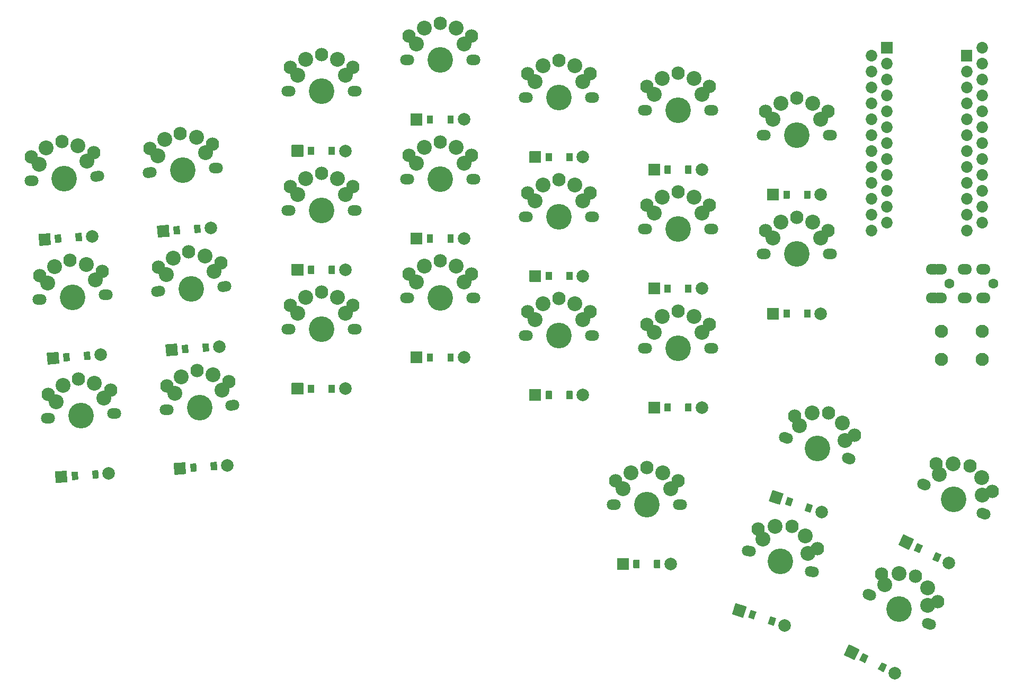
<source format=gbr>
%TF.GenerationSoftware,KiCad,Pcbnew,5.1.12-1.fc35*%
%TF.CreationDate,2022-03-13T18:33:40-07:00*%
%TF.ProjectId,jackalope_split,6a61636b-616c-46f7-9065-5f73706c6974,v1.0.0*%
%TF.SameCoordinates,Original*%
%TF.FileFunction,Soldermask,Bot*%
%TF.FilePolarity,Negative*%
%FSLAX46Y46*%
G04 Gerber Fmt 4.6, Leading zero omitted, Abs format (unit mm)*
G04 Created by KiCad (PCBNEW 5.1.12-1.fc35) date 2022-03-13 18:33:40*
%MOMM*%
%LPD*%
G01*
G04 APERTURE LIST*
%ADD10C,2.100000*%
%ADD11C,4.087800*%
%ADD12C,1.801800*%
%ADD13C,2.386000*%
%ADD14C,3.529000*%
%ADD15C,2.132000*%
%ADD16C,2.005000*%
%ADD17C,1.852600*%
%ADD18C,1.600000*%
%ADD19O,2.300000X1.700000*%
G04 APERTURE END LIST*
D10*
%TO.C,RESET*%
X144000000Y13500000D03*
X144000000Y9000000D03*
X137500000Y13500000D03*
X137500000Y9000000D03*
%TD*%
D11*
%TO.C,S1*%
X0Y0D03*
D12*
X5067625Y354363D03*
X-5067625Y-354363D03*
D13*
X2179450Y5244807D03*
X-3977900Y2268041D03*
X-2888176Y4890444D03*
X3623538Y2799585D03*
%TD*%
D14*
%TO.C,S2*%
X0Y0D03*
D12*
X5486602Y383661D03*
X-5486602Y-383661D03*
D15*
X4722746Y4139526D03*
X-411563Y5885628D03*
X-5252895Y3441961D03*
X-411563Y5885628D03*
%TD*%
%TO.C,D1*%
G36*
G01*
X1851740Y-9995178D02*
X1768032Y-8798101D01*
G75*
G02*
X1814422Y-8744735I49878J3488D01*
G01*
X2712230Y-8681954D01*
G75*
G02*
X2765596Y-8728344I3488J-49878D01*
G01*
X2849304Y-9925421D01*
G75*
G02*
X2802914Y-9978787I-49878J-3488D01*
G01*
X1905106Y-10041568D01*
G75*
G02*
X1851740Y-9995178I-3488J49878D01*
G01*
G37*
G36*
G01*
X-1440222Y-10225374D02*
X-1523930Y-9028297D01*
G75*
G02*
X-1477540Y-8974931I49878J3488D01*
G01*
X-579732Y-8912150D01*
G75*
G02*
X-526366Y-8958540I3488J-49878D01*
G01*
X-442658Y-10155617D01*
G75*
G02*
X-489048Y-10208983I-49878J-3488D01*
G01*
X-1386856Y-10271764D01*
G75*
G02*
X-1440222Y-10225374I-3488J49878D01*
G01*
G37*
D16*
X4463406Y-9211087D03*
G36*
G01*
X-4012731Y-10694967D02*
X-4136758Y-8921298D01*
G75*
G02*
X-4090368Y-8867932I49878J3488D01*
G01*
X-2316699Y-8743905D01*
G75*
G02*
X-2263333Y-8790295I3488J-49878D01*
G01*
X-2139306Y-10563964D01*
G75*
G02*
X-2185696Y-10617330I-49878J-3488D01*
G01*
X-3959365Y-10741357D01*
G75*
G02*
X-4012731Y-10694967I-3488J49878D01*
G01*
G37*
%TD*%
D11*
%TO.C,S3*%
X-1325373Y18953717D03*
D12*
X3742252Y19308080D03*
X-6392998Y18599354D03*
D13*
X854077Y24198524D03*
X-5303273Y21221758D03*
X-4213549Y23844161D03*
X2298165Y21753302D03*
%TD*%
D14*
%TO.C,S4*%
X-1325373Y18953717D03*
D12*
X4161229Y19337378D03*
X-6811975Y18570056D03*
D15*
X3397373Y23093243D03*
X-1736936Y24839345D03*
X-6578268Y22395678D03*
X-1736936Y24839345D03*
%TD*%
%TO.C,D2*%
G36*
G01*
X526366Y8958540D02*
X442658Y10155617D01*
G75*
G02*
X489048Y10208983I49878J3488D01*
G01*
X1386856Y10271764D01*
G75*
G02*
X1440222Y10225374I3488J-49878D01*
G01*
X1523930Y9028297D01*
G75*
G02*
X1477540Y8974931I-49878J-3488D01*
G01*
X579732Y8912150D01*
G75*
G02*
X526366Y8958540I-3488J49878D01*
G01*
G37*
G36*
G01*
X-2765596Y8728344D02*
X-2849304Y9925421D01*
G75*
G02*
X-2802914Y9978787I49878J3488D01*
G01*
X-1905106Y10041568D01*
G75*
G02*
X-1851740Y9995178I3488J-49878D01*
G01*
X-1768032Y8798101D01*
G75*
G02*
X-1814422Y8744735I-49878J-3488D01*
G01*
X-2712230Y8681954D01*
G75*
G02*
X-2765596Y8728344I-3488J49878D01*
G01*
G37*
D16*
X3138032Y9742631D03*
G36*
G01*
X-5338105Y8258751D02*
X-5462132Y10032420D01*
G75*
G02*
X-5415742Y10085786I49878J3488D01*
G01*
X-3642073Y10209813D01*
G75*
G02*
X-3588707Y10163423I3488J-49878D01*
G01*
X-3464680Y8389754D01*
G75*
G02*
X-3511070Y8336388I-49878J-3488D01*
G01*
X-5284739Y8212361D01*
G75*
G02*
X-5338105Y8258751I-3488J49878D01*
G01*
G37*
%TD*%
D11*
%TO.C,S5*%
X-2650746Y37907434D03*
D12*
X2416879Y38261797D03*
X-7718371Y37553071D03*
D13*
X-471296Y43152241D03*
X-6628646Y40175475D03*
X-5538922Y42797878D03*
X972792Y40707019D03*
%TD*%
D14*
%TO.C,S6*%
X-2650746Y37907434D03*
D12*
X2835856Y38291095D03*
X-8137348Y37523773D03*
D15*
X2072000Y42046960D03*
X-3062309Y43793062D03*
X-7903641Y41349395D03*
X-3062309Y43793062D03*
%TD*%
%TO.C,D3*%
G36*
G01*
X-799006Y27912256D02*
X-882714Y29109333D01*
G75*
G02*
X-836324Y29162699I49878J3488D01*
G01*
X61484Y29225480D01*
G75*
G02*
X114850Y29179090I3488J-49878D01*
G01*
X198558Y27982013D01*
G75*
G02*
X152168Y27928647I-49878J-3488D01*
G01*
X-745640Y27865866D01*
G75*
G02*
X-799006Y27912256I-3488J49878D01*
G01*
G37*
G36*
G01*
X-4090968Y27682060D02*
X-4174676Y28879137D01*
G75*
G02*
X-4128286Y28932503I49878J3488D01*
G01*
X-3230478Y28995284D01*
G75*
G02*
X-3177112Y28948894I3488J-49878D01*
G01*
X-3093404Y27751817D01*
G75*
G02*
X-3139794Y27698451I-49878J-3488D01*
G01*
X-4037602Y27635670D01*
G75*
G02*
X-4090968Y27682060I-3488J49878D01*
G01*
G37*
D16*
X1812660Y28696347D03*
G36*
G01*
X-6663477Y27212467D02*
X-6787504Y28986136D01*
G75*
G02*
X-6741114Y29039502I49878J3488D01*
G01*
X-4967445Y29163529D01*
G75*
G02*
X-4914079Y29117139I3488J-49878D01*
G01*
X-4790052Y27343470D01*
G75*
G02*
X-4836442Y27290104I-49878J-3488D01*
G01*
X-6610111Y27166077D01*
G75*
G02*
X-6663477Y27212467I-3488J49878D01*
G01*
G37*
%TD*%
D11*
%TO.C,S7*%
X18953717Y1325373D03*
D12*
X24021342Y1679736D03*
X13886092Y971010D03*
D13*
X21133167Y6570180D03*
X14975817Y3593414D03*
X16065541Y6215817D03*
X22577255Y4124958D03*
%TD*%
D14*
%TO.C,S8*%
X18953717Y1325373D03*
D12*
X24440319Y1709034D03*
X13467115Y941712D03*
D15*
X23676463Y5464899D03*
X18542154Y7211001D03*
X13700822Y4767334D03*
X18542154Y7211001D03*
%TD*%
%TO.C,D4*%
G36*
G01*
X20805457Y-8669805D02*
X20721749Y-7472728D01*
G75*
G02*
X20768139Y-7419362I49878J3488D01*
G01*
X21665947Y-7356581D01*
G75*
G02*
X21719313Y-7402971I3488J-49878D01*
G01*
X21803021Y-8600048D01*
G75*
G02*
X21756631Y-8653414I-49878J-3488D01*
G01*
X20858823Y-8716195D01*
G75*
G02*
X20805457Y-8669805I-3488J49878D01*
G01*
G37*
G36*
G01*
X17513495Y-8900001D02*
X17429787Y-7702924D01*
G75*
G02*
X17476177Y-7649558I49878J3488D01*
G01*
X18373985Y-7586777D01*
G75*
G02*
X18427351Y-7633167I3488J-49878D01*
G01*
X18511059Y-8830244D01*
G75*
G02*
X18464669Y-8883610I-49878J-3488D01*
G01*
X17566861Y-8946391D01*
G75*
G02*
X17513495Y-8900001I-3488J49878D01*
G01*
G37*
D16*
X23417123Y-7885714D03*
G36*
G01*
X14940986Y-9369594D02*
X14816959Y-7595925D01*
G75*
G02*
X14863349Y-7542559I49878J3488D01*
G01*
X16637018Y-7418532D01*
G75*
G02*
X16690384Y-7464922I3488J-49878D01*
G01*
X16814411Y-9238591D01*
G75*
G02*
X16768021Y-9291957I-49878J-3488D01*
G01*
X14994352Y-9415984D01*
G75*
G02*
X14940986Y-9369594I-3488J49878D01*
G01*
G37*
%TD*%
D11*
%TO.C,S9*%
X17628344Y20279090D03*
D12*
X22695969Y20633453D03*
X12560719Y19924727D03*
D13*
X19807794Y25523897D03*
X13650444Y22547131D03*
X14740168Y25169534D03*
X21251882Y23078675D03*
%TD*%
D14*
%TO.C,S10*%
X17628344Y20279090D03*
D12*
X23114946Y20662751D03*
X12141742Y19895429D03*
D15*
X22351090Y24418616D03*
X17216781Y26164718D03*
X12375449Y23721051D03*
X17216781Y26164718D03*
%TD*%
%TO.C,D5*%
G36*
G01*
X19480083Y10283913D02*
X19396375Y11480990D01*
G75*
G02*
X19442765Y11534356I49878J3488D01*
G01*
X20340573Y11597137D01*
G75*
G02*
X20393939Y11550747I3488J-49878D01*
G01*
X20477647Y10353670D01*
G75*
G02*
X20431257Y10300304I-49878J-3488D01*
G01*
X19533449Y10237523D01*
G75*
G02*
X19480083Y10283913I-3488J49878D01*
G01*
G37*
G36*
G01*
X16188121Y10053717D02*
X16104413Y11250794D01*
G75*
G02*
X16150803Y11304160I49878J3488D01*
G01*
X17048611Y11366941D01*
G75*
G02*
X17101977Y11320551I3488J-49878D01*
G01*
X17185685Y10123474D01*
G75*
G02*
X17139295Y10070108I-49878J-3488D01*
G01*
X16241487Y10007327D01*
G75*
G02*
X16188121Y10053717I-3488J49878D01*
G01*
G37*
D16*
X22091749Y11068004D03*
G36*
G01*
X13615612Y9584124D02*
X13491585Y11357793D01*
G75*
G02*
X13537975Y11411159I49878J3488D01*
G01*
X15311644Y11535186D01*
G75*
G02*
X15365010Y11488796I3488J-49878D01*
G01*
X15489037Y9715127D01*
G75*
G02*
X15442647Y9661761I-49878J-3488D01*
G01*
X13668978Y9537734D01*
G75*
G02*
X13615612Y9584124I-3488J49878D01*
G01*
G37*
%TD*%
D11*
%TO.C,S11*%
X16302971Y39232807D03*
D12*
X21370596Y39587170D03*
X11235346Y38878444D03*
D13*
X18482421Y44477614D03*
X12325071Y41500848D03*
X13414795Y44123251D03*
X19926509Y42032392D03*
%TD*%
D14*
%TO.C,S12*%
X16302971Y39232807D03*
D12*
X21789573Y39616468D03*
X10816369Y38849146D03*
D15*
X21025717Y43372333D03*
X15891408Y45118435D03*
X11050076Y42674768D03*
X15891408Y45118435D03*
%TD*%
%TO.C,D6*%
G36*
G01*
X18154710Y29237629D02*
X18071002Y30434706D01*
G75*
G02*
X18117392Y30488072I49878J3488D01*
G01*
X19015200Y30550853D01*
G75*
G02*
X19068566Y30504463I3488J-49878D01*
G01*
X19152274Y29307386D01*
G75*
G02*
X19105884Y29254020I-49878J-3488D01*
G01*
X18208076Y29191239D01*
G75*
G02*
X18154710Y29237629I-3488J49878D01*
G01*
G37*
G36*
G01*
X14862748Y29007433D02*
X14779040Y30204510D01*
G75*
G02*
X14825430Y30257876I49878J3488D01*
G01*
X15723238Y30320657D01*
G75*
G02*
X15776604Y30274267I3488J-49878D01*
G01*
X15860312Y29077190D01*
G75*
G02*
X15813922Y29023824I-49878J-3488D01*
G01*
X14916114Y28961043D01*
G75*
G02*
X14862748Y29007433I-3488J49878D01*
G01*
G37*
D16*
X20766376Y30021720D03*
G36*
G01*
X12290239Y28537840D02*
X12166212Y30311509D01*
G75*
G02*
X12212602Y30364875I49878J3488D01*
G01*
X13986271Y30488902D01*
G75*
G02*
X14039637Y30442512I3488J-49878D01*
G01*
X14163664Y28668843D01*
G75*
G02*
X14117274Y28615477I-49878J-3488D01*
G01*
X12343605Y28491450D01*
G75*
G02*
X12290239Y28537840I-3488J49878D01*
G01*
G37*
%TD*%
D11*
%TO.C,S13*%
X38424961Y13830720D03*
D12*
X43504961Y13830720D03*
X33344961Y13830720D03*
D13*
X40964961Y18910720D03*
X34614961Y16370720D03*
X35884961Y18910720D03*
X42234961Y16370720D03*
%TD*%
D14*
%TO.C,S14*%
X38424961Y13830720D03*
D12*
X43924961Y13830720D03*
X32924961Y13830720D03*
D15*
X43424961Y17630720D03*
X38424961Y19730720D03*
X33424961Y17630720D03*
X38424961Y19730720D03*
%TD*%
%TO.C,D7*%
G36*
G01*
X39574961Y3730720D02*
X39574961Y4930720D01*
G75*
G02*
X39624961Y4980720I50000J0D01*
G01*
X40524961Y4980720D01*
G75*
G02*
X40574961Y4930720I0J-50000D01*
G01*
X40574961Y3730720D01*
G75*
G02*
X40524961Y3680720I-50000J0D01*
G01*
X39624961Y3680720D01*
G75*
G02*
X39574961Y3730720I0J50000D01*
G01*
G37*
G36*
G01*
X36274961Y3730720D02*
X36274961Y4930720D01*
G75*
G02*
X36324961Y4980720I50000J0D01*
G01*
X37224961Y4980720D01*
G75*
G02*
X37274961Y4930720I0J-50000D01*
G01*
X37274961Y3730720D01*
G75*
G02*
X37224961Y3680720I-50000J0D01*
G01*
X36324961Y3680720D01*
G75*
G02*
X36274961Y3730720I0J50000D01*
G01*
G37*
D16*
X42234961Y4330720D03*
G36*
G01*
X33675961Y3441720D02*
X33675961Y5219720D01*
G75*
G02*
X33725961Y5269720I50000J0D01*
G01*
X35503961Y5269720D01*
G75*
G02*
X35553961Y5219720I0J-50000D01*
G01*
X35553961Y3441720D01*
G75*
G02*
X35503961Y3391720I-50000J0D01*
G01*
X33725961Y3391720D01*
G75*
G02*
X33675961Y3441720I0J50000D01*
G01*
G37*
%TD*%
D11*
%TO.C,S15*%
X38424961Y32830720D03*
D12*
X43504961Y32830720D03*
X33344961Y32830720D03*
D13*
X40964961Y37910720D03*
X34614961Y35370720D03*
X35884961Y37910720D03*
X42234961Y35370720D03*
%TD*%
D14*
%TO.C,S16*%
X38424961Y32830720D03*
D12*
X43924961Y32830720D03*
X32924961Y32830720D03*
D15*
X43424961Y36630720D03*
X38424961Y38730720D03*
X33424961Y36630720D03*
X38424961Y38730720D03*
%TD*%
%TO.C,D8*%
G36*
G01*
X39574961Y22730720D02*
X39574961Y23930720D01*
G75*
G02*
X39624961Y23980720I50000J0D01*
G01*
X40524961Y23980720D01*
G75*
G02*
X40574961Y23930720I0J-50000D01*
G01*
X40574961Y22730720D01*
G75*
G02*
X40524961Y22680720I-50000J0D01*
G01*
X39624961Y22680720D01*
G75*
G02*
X39574961Y22730720I0J50000D01*
G01*
G37*
G36*
G01*
X36274961Y22730720D02*
X36274961Y23930720D01*
G75*
G02*
X36324961Y23980720I50000J0D01*
G01*
X37224961Y23980720D01*
G75*
G02*
X37274961Y23930720I0J-50000D01*
G01*
X37274961Y22730720D01*
G75*
G02*
X37224961Y22680720I-50000J0D01*
G01*
X36324961Y22680720D01*
G75*
G02*
X36274961Y22730720I0J50000D01*
G01*
G37*
D16*
X42234961Y23330720D03*
G36*
G01*
X33675961Y22441720D02*
X33675961Y24219720D01*
G75*
G02*
X33725961Y24269720I50000J0D01*
G01*
X35503961Y24269720D01*
G75*
G02*
X35553961Y24219720I0J-50000D01*
G01*
X35553961Y22441720D01*
G75*
G02*
X35503961Y22391720I-50000J0D01*
G01*
X33725961Y22391720D01*
G75*
G02*
X33675961Y22441720I0J50000D01*
G01*
G37*
%TD*%
D11*
%TO.C,S17*%
X38424961Y51830720D03*
D12*
X43504961Y51830720D03*
X33344961Y51830720D03*
D13*
X40964961Y56910720D03*
X34614961Y54370720D03*
X35884961Y56910720D03*
X42234961Y54370720D03*
%TD*%
D14*
%TO.C,S18*%
X38424961Y51830720D03*
D12*
X43924961Y51830720D03*
X32924961Y51830720D03*
D15*
X43424961Y55630720D03*
X38424961Y57730720D03*
X33424961Y55630720D03*
X38424961Y57730720D03*
%TD*%
%TO.C,D9*%
G36*
G01*
X39574961Y41730720D02*
X39574961Y42930720D01*
G75*
G02*
X39624961Y42980720I50000J0D01*
G01*
X40524961Y42980720D01*
G75*
G02*
X40574961Y42930720I0J-50000D01*
G01*
X40574961Y41730720D01*
G75*
G02*
X40524961Y41680720I-50000J0D01*
G01*
X39624961Y41680720D01*
G75*
G02*
X39574961Y41730720I0J50000D01*
G01*
G37*
G36*
G01*
X36274961Y41730720D02*
X36274961Y42930720D01*
G75*
G02*
X36324961Y42980720I50000J0D01*
G01*
X37224961Y42980720D01*
G75*
G02*
X37274961Y42930720I0J-50000D01*
G01*
X37274961Y41730720D01*
G75*
G02*
X37224961Y41680720I-50000J0D01*
G01*
X36324961Y41680720D01*
G75*
G02*
X36274961Y41730720I0J50000D01*
G01*
G37*
D16*
X42234961Y42330720D03*
G36*
G01*
X33675961Y41441720D02*
X33675961Y43219720D01*
G75*
G02*
X33725961Y43269720I50000J0D01*
G01*
X35503961Y43269720D01*
G75*
G02*
X35553961Y43219720I0J-50000D01*
G01*
X35553961Y41441720D01*
G75*
G02*
X35503961Y41391720I-50000J0D01*
G01*
X33725961Y41391720D01*
G75*
G02*
X33675961Y41441720I0J50000D01*
G01*
G37*
%TD*%
D11*
%TO.C,S19*%
X57424961Y18830720D03*
D12*
X62504961Y18830720D03*
X52344961Y18830720D03*
D13*
X59964961Y23910720D03*
X53614961Y21370720D03*
X54884961Y23910720D03*
X61234961Y21370720D03*
%TD*%
D14*
%TO.C,S20*%
X57424961Y18830720D03*
D12*
X62924961Y18830720D03*
X51924961Y18830720D03*
D15*
X62424961Y22630720D03*
X57424961Y24730720D03*
X52424961Y22630720D03*
X57424961Y24730720D03*
%TD*%
%TO.C,D10*%
G36*
G01*
X58574961Y8730720D02*
X58574961Y9930720D01*
G75*
G02*
X58624961Y9980720I50000J0D01*
G01*
X59524961Y9980720D01*
G75*
G02*
X59574961Y9930720I0J-50000D01*
G01*
X59574961Y8730720D01*
G75*
G02*
X59524961Y8680720I-50000J0D01*
G01*
X58624961Y8680720D01*
G75*
G02*
X58574961Y8730720I0J50000D01*
G01*
G37*
G36*
G01*
X55274961Y8730720D02*
X55274961Y9930720D01*
G75*
G02*
X55324961Y9980720I50000J0D01*
G01*
X56224961Y9980720D01*
G75*
G02*
X56274961Y9930720I0J-50000D01*
G01*
X56274961Y8730720D01*
G75*
G02*
X56224961Y8680720I-50000J0D01*
G01*
X55324961Y8680720D01*
G75*
G02*
X55274961Y8730720I0J50000D01*
G01*
G37*
D16*
X61234961Y9330720D03*
G36*
G01*
X52675961Y8441720D02*
X52675961Y10219720D01*
G75*
G02*
X52725961Y10269720I50000J0D01*
G01*
X54503961Y10269720D01*
G75*
G02*
X54553961Y10219720I0J-50000D01*
G01*
X54553961Y8441720D01*
G75*
G02*
X54503961Y8391720I-50000J0D01*
G01*
X52725961Y8391720D01*
G75*
G02*
X52675961Y8441720I0J50000D01*
G01*
G37*
%TD*%
D11*
%TO.C,S21*%
X57424961Y37830720D03*
D12*
X62504961Y37830720D03*
X52344961Y37830720D03*
D13*
X59964961Y42910720D03*
X53614961Y40370720D03*
X54884961Y42910720D03*
X61234961Y40370720D03*
%TD*%
D14*
%TO.C,S22*%
X57424961Y37830720D03*
D12*
X62924961Y37830720D03*
X51924961Y37830720D03*
D15*
X62424961Y41630720D03*
X57424961Y43730720D03*
X52424961Y41630720D03*
X57424961Y43730720D03*
%TD*%
%TO.C,D11*%
G36*
G01*
X58574961Y27730720D02*
X58574961Y28930720D01*
G75*
G02*
X58624961Y28980720I50000J0D01*
G01*
X59524961Y28980720D01*
G75*
G02*
X59574961Y28930720I0J-50000D01*
G01*
X59574961Y27730720D01*
G75*
G02*
X59524961Y27680720I-50000J0D01*
G01*
X58624961Y27680720D01*
G75*
G02*
X58574961Y27730720I0J50000D01*
G01*
G37*
G36*
G01*
X55274961Y27730720D02*
X55274961Y28930720D01*
G75*
G02*
X55324961Y28980720I50000J0D01*
G01*
X56224961Y28980720D01*
G75*
G02*
X56274961Y28930720I0J-50000D01*
G01*
X56274961Y27730720D01*
G75*
G02*
X56224961Y27680720I-50000J0D01*
G01*
X55324961Y27680720D01*
G75*
G02*
X55274961Y27730720I0J50000D01*
G01*
G37*
D16*
X61234961Y28330720D03*
G36*
G01*
X52675961Y27441720D02*
X52675961Y29219720D01*
G75*
G02*
X52725961Y29269720I50000J0D01*
G01*
X54503961Y29269720D01*
G75*
G02*
X54553961Y29219720I0J-50000D01*
G01*
X54553961Y27441720D01*
G75*
G02*
X54503961Y27391720I-50000J0D01*
G01*
X52725961Y27391720D01*
G75*
G02*
X52675961Y27441720I0J50000D01*
G01*
G37*
%TD*%
D11*
%TO.C,S23*%
X57424961Y56830720D03*
D12*
X62504961Y56830720D03*
X52344961Y56830720D03*
D13*
X59964961Y61910720D03*
X53614961Y59370720D03*
X54884961Y61910720D03*
X61234961Y59370720D03*
%TD*%
D14*
%TO.C,S24*%
X57424961Y56830720D03*
D12*
X62924961Y56830720D03*
X51924961Y56830720D03*
D15*
X62424961Y60630720D03*
X57424961Y62730720D03*
X52424961Y60630720D03*
X57424961Y62730720D03*
%TD*%
%TO.C,D12*%
G36*
G01*
X58574961Y46730720D02*
X58574961Y47930720D01*
G75*
G02*
X58624961Y47980720I50000J0D01*
G01*
X59524961Y47980720D01*
G75*
G02*
X59574961Y47930720I0J-50000D01*
G01*
X59574961Y46730720D01*
G75*
G02*
X59524961Y46680720I-50000J0D01*
G01*
X58624961Y46680720D01*
G75*
G02*
X58574961Y46730720I0J50000D01*
G01*
G37*
G36*
G01*
X55274961Y46730720D02*
X55274961Y47930720D01*
G75*
G02*
X55324961Y47980720I50000J0D01*
G01*
X56224961Y47980720D01*
G75*
G02*
X56274961Y47930720I0J-50000D01*
G01*
X56274961Y46730720D01*
G75*
G02*
X56224961Y46680720I-50000J0D01*
G01*
X55324961Y46680720D01*
G75*
G02*
X55274961Y46730720I0J50000D01*
G01*
G37*
D16*
X61234961Y47330720D03*
G36*
G01*
X52675961Y46441720D02*
X52675961Y48219720D01*
G75*
G02*
X52725961Y48269720I50000J0D01*
G01*
X54503961Y48269720D01*
G75*
G02*
X54553961Y48219720I0J-50000D01*
G01*
X54553961Y46441720D01*
G75*
G02*
X54503961Y46391720I-50000J0D01*
G01*
X52725961Y46391720D01*
G75*
G02*
X52675961Y46441720I0J50000D01*
G01*
G37*
%TD*%
D11*
%TO.C,S25*%
X76424961Y12830720D03*
D12*
X81504961Y12830720D03*
X71344961Y12830720D03*
D13*
X78964961Y17910720D03*
X72614961Y15370720D03*
X73884961Y17910720D03*
X80234961Y15370720D03*
%TD*%
D14*
%TO.C,S26*%
X76424961Y12830720D03*
D12*
X81924961Y12830720D03*
X70924961Y12830720D03*
D15*
X81424961Y16630720D03*
X76424961Y18730720D03*
X71424961Y16630720D03*
X76424961Y18730720D03*
%TD*%
%TO.C,D13*%
G36*
G01*
X77574961Y2730720D02*
X77574961Y3930720D01*
G75*
G02*
X77624961Y3980720I50000J0D01*
G01*
X78524961Y3980720D01*
G75*
G02*
X78574961Y3930720I0J-50000D01*
G01*
X78574961Y2730720D01*
G75*
G02*
X78524961Y2680720I-50000J0D01*
G01*
X77624961Y2680720D01*
G75*
G02*
X77574961Y2730720I0J50000D01*
G01*
G37*
G36*
G01*
X74274961Y2730720D02*
X74274961Y3930720D01*
G75*
G02*
X74324961Y3980720I50000J0D01*
G01*
X75224961Y3980720D01*
G75*
G02*
X75274961Y3930720I0J-50000D01*
G01*
X75274961Y2730720D01*
G75*
G02*
X75224961Y2680720I-50000J0D01*
G01*
X74324961Y2680720D01*
G75*
G02*
X74274961Y2730720I0J50000D01*
G01*
G37*
D16*
X80234961Y3330720D03*
G36*
G01*
X71675961Y2441720D02*
X71675961Y4219720D01*
G75*
G02*
X71725961Y4269720I50000J0D01*
G01*
X73503961Y4269720D01*
G75*
G02*
X73553961Y4219720I0J-50000D01*
G01*
X73553961Y2441720D01*
G75*
G02*
X73503961Y2391720I-50000J0D01*
G01*
X71725961Y2391720D01*
G75*
G02*
X71675961Y2441720I0J50000D01*
G01*
G37*
%TD*%
D11*
%TO.C,S27*%
X76424961Y31830720D03*
D12*
X81504961Y31830720D03*
X71344961Y31830720D03*
D13*
X78964961Y36910720D03*
X72614961Y34370720D03*
X73884961Y36910720D03*
X80234961Y34370720D03*
%TD*%
D14*
%TO.C,S28*%
X76424961Y31830720D03*
D12*
X81924961Y31830720D03*
X70924961Y31830720D03*
D15*
X81424961Y35630720D03*
X76424961Y37730720D03*
X71424961Y35630720D03*
X76424961Y37730720D03*
%TD*%
%TO.C,D14*%
G36*
G01*
X77574961Y21730720D02*
X77574961Y22930720D01*
G75*
G02*
X77624961Y22980720I50000J0D01*
G01*
X78524961Y22980720D01*
G75*
G02*
X78574961Y22930720I0J-50000D01*
G01*
X78574961Y21730720D01*
G75*
G02*
X78524961Y21680720I-50000J0D01*
G01*
X77624961Y21680720D01*
G75*
G02*
X77574961Y21730720I0J50000D01*
G01*
G37*
G36*
G01*
X74274961Y21730720D02*
X74274961Y22930720D01*
G75*
G02*
X74324961Y22980720I50000J0D01*
G01*
X75224961Y22980720D01*
G75*
G02*
X75274961Y22930720I0J-50000D01*
G01*
X75274961Y21730720D01*
G75*
G02*
X75224961Y21680720I-50000J0D01*
G01*
X74324961Y21680720D01*
G75*
G02*
X74274961Y21730720I0J50000D01*
G01*
G37*
D16*
X80234961Y22330720D03*
G36*
G01*
X71675961Y21441720D02*
X71675961Y23219720D01*
G75*
G02*
X71725961Y23269720I50000J0D01*
G01*
X73503961Y23269720D01*
G75*
G02*
X73553961Y23219720I0J-50000D01*
G01*
X73553961Y21441720D01*
G75*
G02*
X73503961Y21391720I-50000J0D01*
G01*
X71725961Y21391720D01*
G75*
G02*
X71675961Y21441720I0J50000D01*
G01*
G37*
%TD*%
D11*
%TO.C,S29*%
X76424961Y50830720D03*
D12*
X81504961Y50830720D03*
X71344961Y50830720D03*
D13*
X78964961Y55910720D03*
X72614961Y53370720D03*
X73884961Y55910720D03*
X80234961Y53370720D03*
%TD*%
D14*
%TO.C,S30*%
X76424961Y50830720D03*
D12*
X81924961Y50830720D03*
X70924961Y50830720D03*
D15*
X81424961Y54630720D03*
X76424961Y56730720D03*
X71424961Y54630720D03*
X76424961Y56730720D03*
%TD*%
%TO.C,D15*%
G36*
G01*
X77574961Y40730720D02*
X77574961Y41930720D01*
G75*
G02*
X77624961Y41980720I50000J0D01*
G01*
X78524961Y41980720D01*
G75*
G02*
X78574961Y41930720I0J-50000D01*
G01*
X78574961Y40730720D01*
G75*
G02*
X78524961Y40680720I-50000J0D01*
G01*
X77624961Y40680720D01*
G75*
G02*
X77574961Y40730720I0J50000D01*
G01*
G37*
G36*
G01*
X74274961Y40730720D02*
X74274961Y41930720D01*
G75*
G02*
X74324961Y41980720I50000J0D01*
G01*
X75224961Y41980720D01*
G75*
G02*
X75274961Y41930720I0J-50000D01*
G01*
X75274961Y40730720D01*
G75*
G02*
X75224961Y40680720I-50000J0D01*
G01*
X74324961Y40680720D01*
G75*
G02*
X74274961Y40730720I0J50000D01*
G01*
G37*
D16*
X80234961Y41330720D03*
G36*
G01*
X71675961Y40441720D02*
X71675961Y42219720D01*
G75*
G02*
X71725961Y42269720I50000J0D01*
G01*
X73503961Y42269720D01*
G75*
G02*
X73553961Y42219720I0J-50000D01*
G01*
X73553961Y40441720D01*
G75*
G02*
X73503961Y40391720I-50000J0D01*
G01*
X71725961Y40391720D01*
G75*
G02*
X71675961Y40441720I0J50000D01*
G01*
G37*
%TD*%
D11*
%TO.C,S31*%
X95424961Y10830720D03*
D12*
X100504961Y10830720D03*
X90344961Y10830720D03*
D13*
X97964961Y15910720D03*
X91614961Y13370720D03*
X92884961Y15910720D03*
X99234961Y13370720D03*
%TD*%
D14*
%TO.C,S32*%
X95424961Y10830720D03*
D12*
X100924961Y10830720D03*
X89924961Y10830720D03*
D15*
X100424961Y14630720D03*
X95424961Y16730720D03*
X90424961Y14630720D03*
X95424961Y16730720D03*
%TD*%
%TO.C,D16*%
G36*
G01*
X96574961Y730720D02*
X96574961Y1930720D01*
G75*
G02*
X96624961Y1980720I50000J0D01*
G01*
X97524961Y1980720D01*
G75*
G02*
X97574961Y1930720I0J-50000D01*
G01*
X97574961Y730720D01*
G75*
G02*
X97524961Y680720I-50000J0D01*
G01*
X96624961Y680720D01*
G75*
G02*
X96574961Y730720I0J50000D01*
G01*
G37*
G36*
G01*
X93274961Y730720D02*
X93274961Y1930720D01*
G75*
G02*
X93324961Y1980720I50000J0D01*
G01*
X94224961Y1980720D01*
G75*
G02*
X94274961Y1930720I0J-50000D01*
G01*
X94274961Y730720D01*
G75*
G02*
X94224961Y680720I-50000J0D01*
G01*
X93324961Y680720D01*
G75*
G02*
X93274961Y730720I0J50000D01*
G01*
G37*
D16*
X99234961Y1330720D03*
G36*
G01*
X90675961Y441720D02*
X90675961Y2219720D01*
G75*
G02*
X90725961Y2269720I50000J0D01*
G01*
X92503961Y2269720D01*
G75*
G02*
X92553961Y2219720I0J-50000D01*
G01*
X92553961Y441720D01*
G75*
G02*
X92503961Y391720I-50000J0D01*
G01*
X90725961Y391720D01*
G75*
G02*
X90675961Y441720I0J50000D01*
G01*
G37*
%TD*%
D11*
%TO.C,S33*%
X95424961Y29830720D03*
D12*
X100504961Y29830720D03*
X90344961Y29830720D03*
D13*
X97964961Y34910720D03*
X91614961Y32370720D03*
X92884961Y34910720D03*
X99234961Y32370720D03*
%TD*%
D14*
%TO.C,S34*%
X95424961Y29830720D03*
D12*
X100924961Y29830720D03*
X89924961Y29830720D03*
D15*
X100424961Y33630720D03*
X95424961Y35730720D03*
X90424961Y33630720D03*
X95424961Y35730720D03*
%TD*%
%TO.C,D17*%
G36*
G01*
X96574961Y19730720D02*
X96574961Y20930720D01*
G75*
G02*
X96624961Y20980720I50000J0D01*
G01*
X97524961Y20980720D01*
G75*
G02*
X97574961Y20930720I0J-50000D01*
G01*
X97574961Y19730720D01*
G75*
G02*
X97524961Y19680720I-50000J0D01*
G01*
X96624961Y19680720D01*
G75*
G02*
X96574961Y19730720I0J50000D01*
G01*
G37*
G36*
G01*
X93274961Y19730720D02*
X93274961Y20930720D01*
G75*
G02*
X93324961Y20980720I50000J0D01*
G01*
X94224961Y20980720D01*
G75*
G02*
X94274961Y20930720I0J-50000D01*
G01*
X94274961Y19730720D01*
G75*
G02*
X94224961Y19680720I-50000J0D01*
G01*
X93324961Y19680720D01*
G75*
G02*
X93274961Y19730720I0J50000D01*
G01*
G37*
D16*
X99234961Y20330720D03*
G36*
G01*
X90675961Y19441720D02*
X90675961Y21219720D01*
G75*
G02*
X90725961Y21269720I50000J0D01*
G01*
X92503961Y21269720D01*
G75*
G02*
X92553961Y21219720I0J-50000D01*
G01*
X92553961Y19441720D01*
G75*
G02*
X92503961Y19391720I-50000J0D01*
G01*
X90725961Y19391720D01*
G75*
G02*
X90675961Y19441720I0J50000D01*
G01*
G37*
%TD*%
D11*
%TO.C,S35*%
X95424961Y48830720D03*
D12*
X100504961Y48830720D03*
X90344961Y48830720D03*
D13*
X97964961Y53910720D03*
X91614961Y51370720D03*
X92884961Y53910720D03*
X99234961Y51370720D03*
%TD*%
D14*
%TO.C,S36*%
X95424961Y48830720D03*
D12*
X100924961Y48830720D03*
X89924961Y48830720D03*
D15*
X100424961Y52630720D03*
X95424961Y54730720D03*
X90424961Y52630720D03*
X95424961Y54730720D03*
%TD*%
%TO.C,D18*%
G36*
G01*
X96574961Y38730720D02*
X96574961Y39930720D01*
G75*
G02*
X96624961Y39980720I50000J0D01*
G01*
X97524961Y39980720D01*
G75*
G02*
X97574961Y39930720I0J-50000D01*
G01*
X97574961Y38730720D01*
G75*
G02*
X97524961Y38680720I-50000J0D01*
G01*
X96624961Y38680720D01*
G75*
G02*
X96574961Y38730720I0J50000D01*
G01*
G37*
G36*
G01*
X93274961Y38730720D02*
X93274961Y39930720D01*
G75*
G02*
X93324961Y39980720I50000J0D01*
G01*
X94224961Y39980720D01*
G75*
G02*
X94274961Y39930720I0J-50000D01*
G01*
X94274961Y38730720D01*
G75*
G02*
X94224961Y38680720I-50000J0D01*
G01*
X93324961Y38680720D01*
G75*
G02*
X93274961Y38730720I0J50000D01*
G01*
G37*
D16*
X99234961Y39330720D03*
G36*
G01*
X90675961Y38441720D02*
X90675961Y40219720D01*
G75*
G02*
X90725961Y40269720I50000J0D01*
G01*
X92503961Y40269720D01*
G75*
G02*
X92553961Y40219720I0J-50000D01*
G01*
X92553961Y38441720D01*
G75*
G02*
X92503961Y38391720I-50000J0D01*
G01*
X90725961Y38391720D01*
G75*
G02*
X90675961Y38441720I0J50000D01*
G01*
G37*
%TD*%
D11*
%TO.C,S37*%
X114424961Y25830720D03*
D12*
X119504961Y25830720D03*
X109344961Y25830720D03*
D13*
X116964961Y30910720D03*
X110614961Y28370720D03*
X111884961Y30910720D03*
X118234961Y28370720D03*
%TD*%
D14*
%TO.C,S38*%
X114424961Y25830720D03*
D12*
X119924961Y25830720D03*
X108924961Y25830720D03*
D15*
X119424961Y29630720D03*
X114424961Y31730720D03*
X109424961Y29630720D03*
X114424961Y31730720D03*
%TD*%
%TO.C,D19*%
G36*
G01*
X115574961Y15730720D02*
X115574961Y16930720D01*
G75*
G02*
X115624961Y16980720I50000J0D01*
G01*
X116524961Y16980720D01*
G75*
G02*
X116574961Y16930720I0J-50000D01*
G01*
X116574961Y15730720D01*
G75*
G02*
X116524961Y15680720I-50000J0D01*
G01*
X115624961Y15680720D01*
G75*
G02*
X115574961Y15730720I0J50000D01*
G01*
G37*
G36*
G01*
X112274961Y15730720D02*
X112274961Y16930720D01*
G75*
G02*
X112324961Y16980720I50000J0D01*
G01*
X113224961Y16980720D01*
G75*
G02*
X113274961Y16930720I0J-50000D01*
G01*
X113274961Y15730720D01*
G75*
G02*
X113224961Y15680720I-50000J0D01*
G01*
X112324961Y15680720D01*
G75*
G02*
X112274961Y15730720I0J50000D01*
G01*
G37*
D16*
X118234961Y16330720D03*
G36*
G01*
X109675961Y15441720D02*
X109675961Y17219720D01*
G75*
G02*
X109725961Y17269720I50000J0D01*
G01*
X111503961Y17269720D01*
G75*
G02*
X111553961Y17219720I0J-50000D01*
G01*
X111553961Y15441720D01*
G75*
G02*
X111503961Y15391720I-50000J0D01*
G01*
X109725961Y15391720D01*
G75*
G02*
X109675961Y15441720I0J50000D01*
G01*
G37*
%TD*%
D11*
%TO.C,S39*%
X114424961Y44830720D03*
D12*
X119504961Y44830720D03*
X109344961Y44830720D03*
D13*
X116964961Y49910720D03*
X110614961Y47370720D03*
X111884961Y49910720D03*
X118234961Y47370720D03*
%TD*%
D14*
%TO.C,S40*%
X114424961Y44830720D03*
D12*
X119924961Y44830720D03*
X108924961Y44830720D03*
D15*
X119424961Y48630720D03*
X114424961Y50730720D03*
X109424961Y48630720D03*
X114424961Y50730720D03*
%TD*%
%TO.C,D20*%
G36*
G01*
X115574961Y34730720D02*
X115574961Y35930720D01*
G75*
G02*
X115624961Y35980720I50000J0D01*
G01*
X116524961Y35980720D01*
G75*
G02*
X116574961Y35930720I0J-50000D01*
G01*
X116574961Y34730720D01*
G75*
G02*
X116524961Y34680720I-50000J0D01*
G01*
X115624961Y34680720D01*
G75*
G02*
X115574961Y34730720I0J50000D01*
G01*
G37*
G36*
G01*
X112274961Y34730720D02*
X112274961Y35930720D01*
G75*
G02*
X112324961Y35980720I50000J0D01*
G01*
X113224961Y35980720D01*
G75*
G02*
X113274961Y35930720I0J-50000D01*
G01*
X113274961Y34730720D01*
G75*
G02*
X113224961Y34680720I-50000J0D01*
G01*
X112324961Y34680720D01*
G75*
G02*
X112274961Y34730720I0J50000D01*
G01*
G37*
D16*
X118234961Y35330720D03*
G36*
G01*
X109675961Y34441720D02*
X109675961Y36219720D01*
G75*
G02*
X109725961Y36269720I50000J0D01*
G01*
X111503961Y36269720D01*
G75*
G02*
X111553961Y36219720I0J-50000D01*
G01*
X111553961Y34441720D01*
G75*
G02*
X111503961Y34391720I-50000J0D01*
G01*
X109725961Y34391720D01*
G75*
G02*
X109675961Y34441720I0J50000D01*
G01*
G37*
%TD*%
D11*
%TO.C,S41*%
X90424961Y-14169280D03*
D12*
X95504961Y-14169280D03*
X85344961Y-14169280D03*
D13*
X92964961Y-9089280D03*
X86614961Y-11629280D03*
X87884961Y-9089280D03*
X94234961Y-11629280D03*
%TD*%
D14*
%TO.C,S42*%
X90424961Y-14169280D03*
D12*
X95924961Y-14169280D03*
X84924961Y-14169280D03*
D15*
X95424961Y-10369280D03*
X90424961Y-8269280D03*
X85424961Y-10369280D03*
X90424961Y-8269280D03*
%TD*%
%TO.C,D21*%
G36*
G01*
X91574961Y-24269280D02*
X91574961Y-23069280D01*
G75*
G02*
X91624961Y-23019280I50000J0D01*
G01*
X92524961Y-23019280D01*
G75*
G02*
X92574961Y-23069280I0J-50000D01*
G01*
X92574961Y-24269280D01*
G75*
G02*
X92524961Y-24319280I-50000J0D01*
G01*
X91624961Y-24319280D01*
G75*
G02*
X91574961Y-24269280I0J50000D01*
G01*
G37*
G36*
G01*
X88274961Y-24269280D02*
X88274961Y-23069280D01*
G75*
G02*
X88324961Y-23019280I50000J0D01*
G01*
X89224961Y-23019280D01*
G75*
G02*
X89274961Y-23069280I0J-50000D01*
G01*
X89274961Y-24269280D01*
G75*
G02*
X89224961Y-24319280I-50000J0D01*
G01*
X88324961Y-24319280D01*
G75*
G02*
X88274961Y-24269280I0J50000D01*
G01*
G37*
D16*
X94234961Y-23669280D03*
G36*
G01*
X85675961Y-24558280D02*
X85675961Y-22780280D01*
G75*
G02*
X85725961Y-22730280I50000J0D01*
G01*
X87503961Y-22730280D01*
G75*
G02*
X87553961Y-22780280I0J-50000D01*
G01*
X87553961Y-24558280D01*
G75*
G02*
X87503961Y-24608280I-50000J0D01*
G01*
X85725961Y-24608280D01*
G75*
G02*
X85675961Y-24558280I0J50000D01*
G01*
G37*
%TD*%
D11*
%TO.C,S43*%
X117674961Y-5169280D03*
D12*
X122506328Y-6739086D03*
X112843594Y-3599474D03*
D13*
X121660451Y-1122816D03*
X114836339Y-1576242D03*
X116829084Y446990D03*
X122083389Y-3930951D03*
%TD*%
D14*
%TO.C,S44*%
X117674961Y-5169280D03*
D12*
X122905772Y-6868873D03*
X112444150Y-3469687D03*
D15*
X123604508Y-3100350D03*
X119498161Y441953D03*
X114093943Y-10180D03*
X119498161Y441953D03*
%TD*%
%TO.C,D22*%
G36*
G01*
X115647603Y-15130320D02*
X116018424Y-13989052D01*
G75*
G02*
X116081428Y-13956950I47553J-15451D01*
G01*
X116937379Y-14235066D01*
G75*
G02*
X116969481Y-14298070I-15451J-47553D01*
G01*
X116598660Y-15439338D01*
G75*
G02*
X116535656Y-15471440I-47553J15451D01*
G01*
X115679705Y-15193324D01*
G75*
G02*
X115647603Y-15130320I15451J47553D01*
G01*
G37*
G36*
G01*
X112509117Y-14110564D02*
X112879938Y-12969296D01*
G75*
G02*
X112942942Y-12937194I47553J-15451D01*
G01*
X113798893Y-13215310D01*
G75*
G02*
X113830995Y-13278314I-15451J-47553D01*
G01*
X113460174Y-14419582D01*
G75*
G02*
X113397170Y-14451684I-47553J15451D01*
G01*
X112541219Y-14173568D01*
G75*
G02*
X112509117Y-14110564I15451J47553D01*
G01*
G37*
D16*
X118362824Y-15381672D03*
G36*
G01*
X109948016Y-13582284D02*
X110497448Y-11891306D01*
G75*
G02*
X110560452Y-11859204I47553J-15451D01*
G01*
X112251430Y-12408636D01*
G75*
G02*
X112283532Y-12471640I-15451J-47553D01*
G01*
X111734100Y-14162618D01*
G75*
G02*
X111671096Y-14194720I-47553J15451D01*
G01*
X109980118Y-13645288D01*
G75*
G02*
X109948016Y-13582284I15451J47553D01*
G01*
G37*
%TD*%
D11*
%TO.C,S45*%
X139478008Y-13304982D03*
D12*
X144043882Y-15531907D03*
X134912134Y-11078057D03*
D13*
X143987870Y-9852571D03*
X137167065Y-9351851D03*
X139421997Y-7625646D03*
X144015876Y-12692239D03*
%TD*%
D14*
%TO.C,S46*%
X139478008Y-13304982D03*
D12*
X144421375Y-15716023D03*
X134534641Y-10893941D03*
D15*
X145637789Y-12081420D03*
X142064398Y-8002097D03*
X136649848Y-7697709D03*
X142064398Y-8002097D03*
%TD*%
%TO.C,D23*%
G36*
G01*
X136084072Y-22886927D02*
X136610117Y-21808375D01*
G75*
G02*
X136676976Y-21785354I44940J-21919D01*
G01*
X137485891Y-22179888D01*
G75*
G02*
X137508912Y-22246747I-21919J-44940D01*
G01*
X136982867Y-23325299D01*
G75*
G02*
X136916008Y-23348320I-44940J21919D01*
G01*
X136107093Y-22953786D01*
G75*
G02*
X136084072Y-22886927I21919J44940D01*
G01*
G37*
G36*
G01*
X133118052Y-21440303D02*
X133644097Y-20361751D01*
G75*
G02*
X133710956Y-20338730I44940J-21919D01*
G01*
X134519871Y-20733264D01*
G75*
G02*
X134542892Y-20800123I-21919J-44940D01*
G01*
X134016847Y-21878675D01*
G75*
G02*
X133949988Y-21901696I-44940J21919D01*
G01*
X133141073Y-21507162D01*
G75*
G02*
X133118052Y-21440303I21919J44940D01*
G01*
G37*
D16*
X138737887Y-23513719D03*
G36*
G01*
X130655397Y-20560728D02*
X131434821Y-18962672D01*
G75*
G02*
X131501680Y-18939651I44940J-21919D01*
G01*
X133099736Y-19719075D01*
G75*
G02*
X133122757Y-19785934I-21919J-44940D01*
G01*
X132343333Y-21383990D01*
G75*
G02*
X132276474Y-21407011I-44940J21919D01*
G01*
X130678418Y-20627587D01*
G75*
G02*
X130655397Y-20560728I21919J44940D01*
G01*
G37*
%TD*%
D11*
%TO.C,S47*%
X111803638Y-23239354D03*
D12*
X116635005Y-24809160D03*
X106972271Y-21669548D03*
D13*
X115789128Y-19192890D03*
X108965016Y-19646316D03*
X110957761Y-17623084D03*
X116212066Y-22001025D03*
%TD*%
D14*
%TO.C,S48*%
X111803638Y-23239354D03*
D12*
X117034449Y-24938947D03*
X106572827Y-21539761D03*
D15*
X117733185Y-21170424D03*
X113626838Y-17628121D03*
X108222620Y-18080254D03*
X113626838Y-17628121D03*
%TD*%
%TO.C,D24*%
G36*
G01*
X109776280Y-33200394D02*
X110147101Y-32059126D01*
G75*
G02*
X110210105Y-32027024I47553J-15451D01*
G01*
X111066056Y-32305140D01*
G75*
G02*
X111098158Y-32368144I-15451J-47553D01*
G01*
X110727337Y-33509412D01*
G75*
G02*
X110664333Y-33541514I-47553J15451D01*
G01*
X109808382Y-33263398D01*
G75*
G02*
X109776280Y-33200394I15451J47553D01*
G01*
G37*
G36*
G01*
X106637794Y-32180638D02*
X107008615Y-31039370D01*
G75*
G02*
X107071619Y-31007268I47553J-15451D01*
G01*
X107927570Y-31285384D01*
G75*
G02*
X107959672Y-31348388I-15451J-47553D01*
G01*
X107588851Y-32489656D01*
G75*
G02*
X107525847Y-32521758I-47553J15451D01*
G01*
X106669896Y-32243642D01*
G75*
G02*
X106637794Y-32180638I15451J47553D01*
G01*
G37*
D16*
X112491501Y-33451746D03*
G36*
G01*
X104076693Y-31652358D02*
X104626125Y-29961380D01*
G75*
G02*
X104689129Y-29929278I47553J-15451D01*
G01*
X106380107Y-30478710D01*
G75*
G02*
X106412209Y-30541714I-15451J-47553D01*
G01*
X105862777Y-32232692D01*
G75*
G02*
X105799773Y-32264794I-47553J15451D01*
G01*
X104108795Y-31715362D01*
G75*
G02*
X104076693Y-31652358I15451J47553D01*
G01*
G37*
%TD*%
D11*
%TO.C,S49*%
X130779170Y-30887158D03*
D12*
X135345044Y-33114083D03*
X126213296Y-28660233D03*
D13*
X135289032Y-27434747D03*
X128468227Y-26934027D03*
X130723159Y-25207822D03*
X135317038Y-30274415D03*
%TD*%
D14*
%TO.C,S50*%
X130779170Y-30887158D03*
D12*
X135722537Y-33298199D03*
X125835803Y-28476117D03*
D15*
X136938951Y-29663596D03*
X133365560Y-25584273D03*
X127951010Y-25279885D03*
X133365560Y-25584273D03*
%TD*%
%TO.C,D25*%
G36*
G01*
X127385234Y-40469103D02*
X127911279Y-39390551D01*
G75*
G02*
X127978138Y-39367530I44940J-21919D01*
G01*
X128787053Y-39762064D01*
G75*
G02*
X128810074Y-39828923I-21919J-44940D01*
G01*
X128284029Y-40907475D01*
G75*
G02*
X128217170Y-40930496I-44940J21919D01*
G01*
X127408255Y-40535962D01*
G75*
G02*
X127385234Y-40469103I21919J44940D01*
G01*
G37*
G36*
G01*
X124419214Y-39022479D02*
X124945259Y-37943927D01*
G75*
G02*
X125012118Y-37920906I44940J-21919D01*
G01*
X125821033Y-38315440D01*
G75*
G02*
X125844054Y-38382299I-21919J-44940D01*
G01*
X125318009Y-39460851D01*
G75*
G02*
X125251150Y-39483872I-44940J21919D01*
G01*
X124442235Y-39089338D01*
G75*
G02*
X124419214Y-39022479I21919J44940D01*
G01*
G37*
D16*
X130039049Y-41095895D03*
G36*
G01*
X121956559Y-38142904D02*
X122735983Y-36544848D01*
G75*
G02*
X122802842Y-36521827I44940J-21919D01*
G01*
X124400898Y-37301251D01*
G75*
G02*
X124423919Y-37368110I-21919J-44940D01*
G01*
X123644495Y-38966166D01*
G75*
G02*
X123577636Y-38989187I-44940J21919D01*
G01*
X121979580Y-38209763D01*
G75*
G02*
X121956559Y-38142904I21919J44940D01*
G01*
G37*
%TD*%
%TO.C,MCU1*%
G36*
G01*
X140668661Y58477020D02*
X142421261Y58477020D01*
G75*
G02*
X142471261Y58427020I0J-50000D01*
G01*
X142471261Y56674420D01*
G75*
G02*
X142421261Y56624420I-50000J0D01*
G01*
X140668661Y56624420D01*
G75*
G02*
X140618661Y56674420I0J50000D01*
G01*
X140618661Y58427020D01*
G75*
G02*
X140668661Y58477020I50000J0D01*
G01*
G37*
D17*
X141544961Y55010720D03*
X141544961Y52470720D03*
X141544961Y49930720D03*
X141544961Y47390720D03*
X141544961Y44850720D03*
X141544961Y42310720D03*
X141544961Y39770720D03*
X141544961Y37230720D03*
X141544961Y34690720D03*
X141544961Y32150720D03*
X141544961Y29610720D03*
X126304961Y57550720D03*
X126304961Y55010720D03*
X126304961Y52470720D03*
X126304961Y49930720D03*
X126304961Y47390720D03*
X126304961Y44850720D03*
X126304961Y42310720D03*
X126304961Y39770720D03*
X126304961Y37230720D03*
X126304961Y34690720D03*
X126304961Y32150720D03*
X126304961Y29610720D03*
%TD*%
%TO.C,MCU2*%
G36*
G01*
X127928661Y59727020D02*
X129681261Y59727020D01*
G75*
G02*
X129731261Y59677020I0J-50000D01*
G01*
X129731261Y57924420D01*
G75*
G02*
X129681261Y57874420I-50000J0D01*
G01*
X127928661Y57874420D01*
G75*
G02*
X127878661Y57924420I0J50000D01*
G01*
X127878661Y59677020D01*
G75*
G02*
X127928661Y59727020I50000J0D01*
G01*
G37*
X128804961Y56260720D03*
X128804961Y53720720D03*
X128804961Y51180720D03*
X128804961Y48640720D03*
X128804961Y46100720D03*
X128804961Y43560720D03*
X128804961Y41020720D03*
X128804961Y38480720D03*
X128804961Y35940720D03*
X128804961Y33400720D03*
X128804961Y30860720D03*
X144044961Y58800720D03*
X144044961Y56260720D03*
X144044961Y53720720D03*
X144044961Y51180720D03*
X144044961Y48640720D03*
X144044961Y46100720D03*
X144044961Y43560720D03*
X144044961Y41020720D03*
X144044961Y38480720D03*
X144044961Y35940720D03*
X144044961Y33400720D03*
X144044961Y30860720D03*
%TD*%
D18*
%TO.C,REF\u002A\u002A*%
X138824961Y21130720D03*
X145824961Y21130720D03*
D19*
X136124961Y18830720D03*
X137224961Y23430720D03*
X141224961Y23430720D03*
X144224961Y23430720D03*
X136124961Y23430720D03*
X137224961Y18830720D03*
X141224961Y18830720D03*
X144224961Y18830720D03*
%TD*%
M02*

</source>
